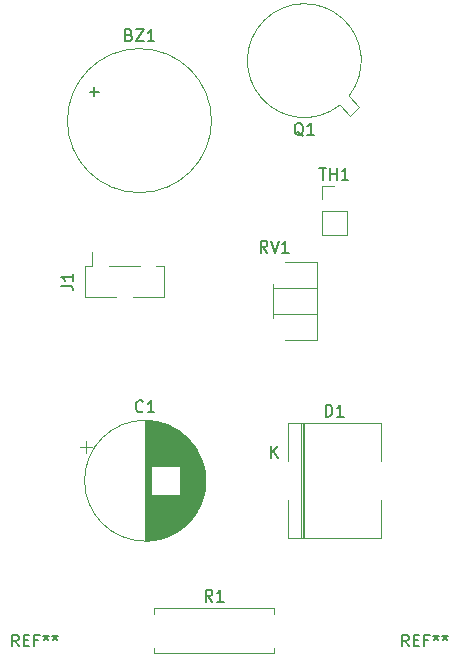
<source format=gbr>
%TF.GenerationSoftware,KiCad,Pcbnew,7.0.7*%
%TF.CreationDate,2024-02-26T23:05:05+05:30*%
%TF.ProjectId,ABC,4142432e-6b69-4636-9164-5f7063625858,v01*%
%TF.SameCoordinates,Original*%
%TF.FileFunction,Legend,Top*%
%TF.FilePolarity,Positive*%
%FSLAX46Y46*%
G04 Gerber Fmt 4.6, Leading zero omitted, Abs format (unit mm)*
G04 Created by KiCad (PCBNEW 7.0.7) date 2024-02-26 23:05:05*
%MOMM*%
%LPD*%
G01*
G04 APERTURE LIST*
%ADD10C,0.150000*%
%ADD11C,0.120000*%
G04 APERTURE END LIST*
D10*
X100266666Y-146114819D02*
X99933333Y-145638628D01*
X99695238Y-146114819D02*
X99695238Y-145114819D01*
X99695238Y-145114819D02*
X100076190Y-145114819D01*
X100076190Y-145114819D02*
X100171428Y-145162438D01*
X100171428Y-145162438D02*
X100219047Y-145210057D01*
X100219047Y-145210057D02*
X100266666Y-145305295D01*
X100266666Y-145305295D02*
X100266666Y-145448152D01*
X100266666Y-145448152D02*
X100219047Y-145543390D01*
X100219047Y-145543390D02*
X100171428Y-145591009D01*
X100171428Y-145591009D02*
X100076190Y-145638628D01*
X100076190Y-145638628D02*
X99695238Y-145638628D01*
X100695238Y-145591009D02*
X101028571Y-145591009D01*
X101171428Y-146114819D02*
X100695238Y-146114819D01*
X100695238Y-146114819D02*
X100695238Y-145114819D01*
X100695238Y-145114819D02*
X101171428Y-145114819D01*
X101933333Y-145591009D02*
X101600000Y-145591009D01*
X101600000Y-146114819D02*
X101600000Y-145114819D01*
X101600000Y-145114819D02*
X102076190Y-145114819D01*
X102600000Y-145114819D02*
X102600000Y-145352914D01*
X102361905Y-145257676D02*
X102600000Y-145352914D01*
X102600000Y-145352914D02*
X102838095Y-145257676D01*
X102457143Y-145543390D02*
X102600000Y-145352914D01*
X102600000Y-145352914D02*
X102742857Y-145543390D01*
X103361905Y-145114819D02*
X103361905Y-145352914D01*
X103123810Y-145257676D02*
X103361905Y-145352914D01*
X103361905Y-145352914D02*
X103600000Y-145257676D01*
X103219048Y-145543390D02*
X103361905Y-145352914D01*
X103361905Y-145352914D02*
X103504762Y-145543390D01*
X133286666Y-146114819D02*
X132953333Y-145638628D01*
X132715238Y-146114819D02*
X132715238Y-145114819D01*
X132715238Y-145114819D02*
X133096190Y-145114819D01*
X133096190Y-145114819D02*
X133191428Y-145162438D01*
X133191428Y-145162438D02*
X133239047Y-145210057D01*
X133239047Y-145210057D02*
X133286666Y-145305295D01*
X133286666Y-145305295D02*
X133286666Y-145448152D01*
X133286666Y-145448152D02*
X133239047Y-145543390D01*
X133239047Y-145543390D02*
X133191428Y-145591009D01*
X133191428Y-145591009D02*
X133096190Y-145638628D01*
X133096190Y-145638628D02*
X132715238Y-145638628D01*
X133715238Y-145591009D02*
X134048571Y-145591009D01*
X134191428Y-146114819D02*
X133715238Y-146114819D01*
X133715238Y-146114819D02*
X133715238Y-145114819D01*
X133715238Y-145114819D02*
X134191428Y-145114819D01*
X134953333Y-145591009D02*
X134620000Y-145591009D01*
X134620000Y-146114819D02*
X134620000Y-145114819D01*
X134620000Y-145114819D02*
X135096190Y-145114819D01*
X135620000Y-145114819D02*
X135620000Y-145352914D01*
X135381905Y-145257676D02*
X135620000Y-145352914D01*
X135620000Y-145352914D02*
X135858095Y-145257676D01*
X135477143Y-145543390D02*
X135620000Y-145352914D01*
X135620000Y-145352914D02*
X135762857Y-145543390D01*
X136381905Y-145114819D02*
X136381905Y-145352914D01*
X136143810Y-145257676D02*
X136381905Y-145352914D01*
X136381905Y-145352914D02*
X136620000Y-145257676D01*
X136239048Y-145543390D02*
X136381905Y-145352914D01*
X136381905Y-145352914D02*
X136524762Y-145543390D01*
X125714286Y-105614819D02*
X126285714Y-105614819D01*
X126000000Y-106614819D02*
X126000000Y-105614819D01*
X126619048Y-106614819D02*
X126619048Y-105614819D01*
X126619048Y-106091009D02*
X127190476Y-106091009D01*
X127190476Y-106614819D02*
X127190476Y-105614819D01*
X128190476Y-106614819D02*
X127619048Y-106614819D01*
X127904762Y-106614819D02*
X127904762Y-105614819D01*
X127904762Y-105614819D02*
X127809524Y-105757676D01*
X127809524Y-105757676D02*
X127714286Y-105852914D01*
X127714286Y-105852914D02*
X127619048Y-105900533D01*
X121324761Y-112774819D02*
X120991428Y-112298628D01*
X120753333Y-112774819D02*
X120753333Y-111774819D01*
X120753333Y-111774819D02*
X121134285Y-111774819D01*
X121134285Y-111774819D02*
X121229523Y-111822438D01*
X121229523Y-111822438D02*
X121277142Y-111870057D01*
X121277142Y-111870057D02*
X121324761Y-111965295D01*
X121324761Y-111965295D02*
X121324761Y-112108152D01*
X121324761Y-112108152D02*
X121277142Y-112203390D01*
X121277142Y-112203390D02*
X121229523Y-112251009D01*
X121229523Y-112251009D02*
X121134285Y-112298628D01*
X121134285Y-112298628D02*
X120753333Y-112298628D01*
X121610476Y-111774819D02*
X121943809Y-112774819D01*
X121943809Y-112774819D02*
X122277142Y-111774819D01*
X123134285Y-112774819D02*
X122562857Y-112774819D01*
X122848571Y-112774819D02*
X122848571Y-111774819D01*
X122848571Y-111774819D02*
X122753333Y-111917676D01*
X122753333Y-111917676D02*
X122658095Y-112012914D01*
X122658095Y-112012914D02*
X122562857Y-112060533D01*
X116673333Y-142314819D02*
X116340000Y-141838628D01*
X116101905Y-142314819D02*
X116101905Y-141314819D01*
X116101905Y-141314819D02*
X116482857Y-141314819D01*
X116482857Y-141314819D02*
X116578095Y-141362438D01*
X116578095Y-141362438D02*
X116625714Y-141410057D01*
X116625714Y-141410057D02*
X116673333Y-141505295D01*
X116673333Y-141505295D02*
X116673333Y-141648152D01*
X116673333Y-141648152D02*
X116625714Y-141743390D01*
X116625714Y-141743390D02*
X116578095Y-141791009D01*
X116578095Y-141791009D02*
X116482857Y-141838628D01*
X116482857Y-141838628D02*
X116101905Y-141838628D01*
X117625714Y-142314819D02*
X117054286Y-142314819D01*
X117340000Y-142314819D02*
X117340000Y-141314819D01*
X117340000Y-141314819D02*
X117244762Y-141457676D01*
X117244762Y-141457676D02*
X117149524Y-141552914D01*
X117149524Y-141552914D02*
X117054286Y-141600533D01*
X124364761Y-102890057D02*
X124269523Y-102842438D01*
X124269523Y-102842438D02*
X124174285Y-102747200D01*
X124174285Y-102747200D02*
X124031428Y-102604342D01*
X124031428Y-102604342D02*
X123936190Y-102556723D01*
X123936190Y-102556723D02*
X123840952Y-102556723D01*
X123888571Y-102794819D02*
X123793333Y-102747200D01*
X123793333Y-102747200D02*
X123698095Y-102651961D01*
X123698095Y-102651961D02*
X123650476Y-102461485D01*
X123650476Y-102461485D02*
X123650476Y-102128152D01*
X123650476Y-102128152D02*
X123698095Y-101937676D01*
X123698095Y-101937676D02*
X123793333Y-101842438D01*
X123793333Y-101842438D02*
X123888571Y-101794819D01*
X123888571Y-101794819D02*
X124079047Y-101794819D01*
X124079047Y-101794819D02*
X124174285Y-101842438D01*
X124174285Y-101842438D02*
X124269523Y-101937676D01*
X124269523Y-101937676D02*
X124317142Y-102128152D01*
X124317142Y-102128152D02*
X124317142Y-102461485D01*
X124317142Y-102461485D02*
X124269523Y-102651961D01*
X124269523Y-102651961D02*
X124174285Y-102747200D01*
X124174285Y-102747200D02*
X124079047Y-102794819D01*
X124079047Y-102794819D02*
X123888571Y-102794819D01*
X125269523Y-102794819D02*
X124698095Y-102794819D01*
X124983809Y-102794819D02*
X124983809Y-101794819D01*
X124983809Y-101794819D02*
X124888571Y-101937676D01*
X124888571Y-101937676D02*
X124793333Y-102032914D01*
X124793333Y-102032914D02*
X124698095Y-102080533D01*
X103874819Y-115573333D02*
X104589104Y-115573333D01*
X104589104Y-115573333D02*
X104731961Y-115620952D01*
X104731961Y-115620952D02*
X104827200Y-115716190D01*
X104827200Y-115716190D02*
X104874819Y-115859047D01*
X104874819Y-115859047D02*
X104874819Y-115954285D01*
X104874819Y-114573333D02*
X104874819Y-115144761D01*
X104874819Y-114859047D02*
X103874819Y-114859047D01*
X103874819Y-114859047D02*
X104017676Y-114954285D01*
X104017676Y-114954285D02*
X104112914Y-115049523D01*
X104112914Y-115049523D02*
X104160533Y-115144761D01*
X126261905Y-126649819D02*
X126261905Y-125649819D01*
X126261905Y-125649819D02*
X126500000Y-125649819D01*
X126500000Y-125649819D02*
X126642857Y-125697438D01*
X126642857Y-125697438D02*
X126738095Y-125792676D01*
X126738095Y-125792676D02*
X126785714Y-125887914D01*
X126785714Y-125887914D02*
X126833333Y-126078390D01*
X126833333Y-126078390D02*
X126833333Y-126221247D01*
X126833333Y-126221247D02*
X126785714Y-126411723D01*
X126785714Y-126411723D02*
X126738095Y-126506961D01*
X126738095Y-126506961D02*
X126642857Y-126602200D01*
X126642857Y-126602200D02*
X126500000Y-126649819D01*
X126500000Y-126649819D02*
X126261905Y-126649819D01*
X127785714Y-126649819D02*
X127214286Y-126649819D01*
X127500000Y-126649819D02*
X127500000Y-125649819D01*
X127500000Y-125649819D02*
X127404762Y-125792676D01*
X127404762Y-125792676D02*
X127309524Y-125887914D01*
X127309524Y-125887914D02*
X127214286Y-125935533D01*
X121658095Y-130134819D02*
X121658095Y-129134819D01*
X122229523Y-130134819D02*
X121800952Y-129563390D01*
X122229523Y-129134819D02*
X121658095Y-129706247D01*
X110803333Y-126189580D02*
X110755714Y-126237200D01*
X110755714Y-126237200D02*
X110612857Y-126284819D01*
X110612857Y-126284819D02*
X110517619Y-126284819D01*
X110517619Y-126284819D02*
X110374762Y-126237200D01*
X110374762Y-126237200D02*
X110279524Y-126141961D01*
X110279524Y-126141961D02*
X110231905Y-126046723D01*
X110231905Y-126046723D02*
X110184286Y-125856247D01*
X110184286Y-125856247D02*
X110184286Y-125713390D01*
X110184286Y-125713390D02*
X110231905Y-125522914D01*
X110231905Y-125522914D02*
X110279524Y-125427676D01*
X110279524Y-125427676D02*
X110374762Y-125332438D01*
X110374762Y-125332438D02*
X110517619Y-125284819D01*
X110517619Y-125284819D02*
X110612857Y-125284819D01*
X110612857Y-125284819D02*
X110755714Y-125332438D01*
X110755714Y-125332438D02*
X110803333Y-125380057D01*
X111755714Y-126284819D02*
X111184286Y-126284819D01*
X111470000Y-126284819D02*
X111470000Y-125284819D01*
X111470000Y-125284819D02*
X111374762Y-125427676D01*
X111374762Y-125427676D02*
X111279524Y-125522914D01*
X111279524Y-125522914D02*
X111184286Y-125570533D01*
X109619047Y-94331009D02*
X109761904Y-94378628D01*
X109761904Y-94378628D02*
X109809523Y-94426247D01*
X109809523Y-94426247D02*
X109857142Y-94521485D01*
X109857142Y-94521485D02*
X109857142Y-94664342D01*
X109857142Y-94664342D02*
X109809523Y-94759580D01*
X109809523Y-94759580D02*
X109761904Y-94807200D01*
X109761904Y-94807200D02*
X109666666Y-94854819D01*
X109666666Y-94854819D02*
X109285714Y-94854819D01*
X109285714Y-94854819D02*
X109285714Y-93854819D01*
X109285714Y-93854819D02*
X109619047Y-93854819D01*
X109619047Y-93854819D02*
X109714285Y-93902438D01*
X109714285Y-93902438D02*
X109761904Y-93950057D01*
X109761904Y-93950057D02*
X109809523Y-94045295D01*
X109809523Y-94045295D02*
X109809523Y-94140533D01*
X109809523Y-94140533D02*
X109761904Y-94235771D01*
X109761904Y-94235771D02*
X109714285Y-94283390D01*
X109714285Y-94283390D02*
X109619047Y-94331009D01*
X109619047Y-94331009D02*
X109285714Y-94331009D01*
X110190476Y-93854819D02*
X110857142Y-93854819D01*
X110857142Y-93854819D02*
X110190476Y-94854819D01*
X110190476Y-94854819D02*
X110857142Y-94854819D01*
X111761904Y-94854819D02*
X111190476Y-94854819D01*
X111476190Y-94854819D02*
X111476190Y-93854819D01*
X111476190Y-93854819D02*
X111380952Y-93997676D01*
X111380952Y-93997676D02*
X111285714Y-94092914D01*
X111285714Y-94092914D02*
X111190476Y-94140533D01*
X106309048Y-99133866D02*
X107070953Y-99133866D01*
X106690000Y-99514819D02*
X106690000Y-98752914D01*
D11*
%TO.C,TH1*%
X128060000Y-109220000D02*
X128060000Y-111280000D01*
X125940000Y-108220000D02*
X125940000Y-107160000D01*
X125940000Y-107160000D02*
X127000000Y-107160000D01*
X125940000Y-109220000D02*
X128060000Y-109220000D01*
X125940000Y-111280000D02*
X128060000Y-111280000D01*
X125940000Y-109220000D02*
X125940000Y-111280000D01*
%TO.C,RV1*%
X122845000Y-120150000D02*
X125540000Y-120150000D01*
X125540000Y-115760000D02*
X125540000Y-118000000D01*
X125540000Y-113610000D02*
X125540000Y-120150000D01*
X121799000Y-115446000D02*
X121799000Y-118315000D01*
X121799000Y-115760000D02*
X125540000Y-115760000D01*
X121799000Y-118000000D02*
X125540000Y-118000000D01*
X121799000Y-115760000D02*
X121799000Y-118000000D01*
X122845000Y-113610000D02*
X125540000Y-113610000D01*
%TO.C,R1*%
X111770000Y-143340000D02*
X111770000Y-142860000D01*
X121910000Y-146700000D02*
X121910000Y-146220000D01*
X111770000Y-142860000D02*
X121910000Y-142860000D01*
X111770000Y-146220000D02*
X111770000Y-146700000D01*
X111770000Y-146700000D02*
X121910000Y-146700000D01*
X121910000Y-142860000D02*
X121910000Y-143340000D01*
%TO.C,Q1*%
X128234673Y-99517371D02*
G75*
G03*
X127457084Y-100294901I-3774673J2997371D01*
G01*
X128348039Y-101185856D02*
X129125856Y-100408039D01*
X129125856Y-100408039D02*
X128234902Y-99517084D01*
X127457084Y-100294902D02*
X128348039Y-101185856D01*
%TO.C,J1*%
X105860000Y-113930000D02*
X106510000Y-113930000D01*
X112580000Y-116550000D02*
X112580000Y-113930000D01*
X105860000Y-116550000D02*
X108510000Y-116550000D01*
X107930000Y-113930000D02*
X110510000Y-113930000D01*
X111930000Y-113930000D02*
X112580000Y-113930000D01*
X109930000Y-116550000D02*
X112580000Y-116550000D01*
X106510000Y-113930000D02*
X106510000Y-112700000D01*
X105860000Y-116550000D02*
X105860000Y-113930000D01*
%TO.C,D1*%
X124333000Y-127195000D02*
X124333000Y-136965000D01*
X124453000Y-127195000D02*
X124453000Y-136965000D01*
X123070000Y-127195000D02*
X130930000Y-127195000D01*
X123070000Y-133720000D02*
X123070000Y-136965000D01*
X123070000Y-130440000D02*
X123070000Y-127195000D01*
X130930000Y-127195000D02*
X130930000Y-130440000D01*
X124213000Y-127195000D02*
X124213000Y-136965000D01*
X130930000Y-136965000D02*
X130930000Y-133720000D01*
X123070000Y-136965000D02*
X130930000Y-136965000D01*
%TO.C,C1*%
X113731000Y-127807000D02*
X113731000Y-130839000D01*
X113131000Y-133321000D02*
X113131000Y-136683000D01*
X111971000Y-127098000D02*
X111971000Y-130839000D01*
X114451000Y-128364000D02*
X114451000Y-135796000D01*
X113091000Y-127459000D02*
X113091000Y-130839000D01*
X114251000Y-128188000D02*
X114251000Y-135972000D01*
X111530000Y-127030000D02*
X111530000Y-130839000D01*
X112411000Y-133321000D02*
X112411000Y-136954000D01*
X114931000Y-128874000D02*
X114931000Y-135286000D01*
X113851000Y-133321000D02*
X113851000Y-136274000D01*
X115891000Y-130702000D02*
X115891000Y-133458000D01*
X113891000Y-127914000D02*
X113891000Y-130839000D01*
X111650000Y-127045000D02*
X111650000Y-130839000D01*
X112731000Y-127312000D02*
X112731000Y-130839000D01*
X111130000Y-127002000D02*
X111130000Y-137158000D01*
X112571000Y-127256000D02*
X112571000Y-130839000D01*
X112371000Y-127195000D02*
X112371000Y-130839000D01*
X111731000Y-127056000D02*
X111731000Y-130839000D01*
X115451000Y-129641000D02*
X115451000Y-134519000D01*
X115491000Y-129715000D02*
X115491000Y-134445000D01*
X113171000Y-127496000D02*
X113171000Y-130839000D01*
X110970000Y-127000000D02*
X110970000Y-137160000D01*
X114011000Y-128000000D02*
X114011000Y-136160000D01*
X115691000Y-130136000D02*
X115691000Y-134024000D01*
X112331000Y-133321000D02*
X112331000Y-136977000D01*
X112131000Y-127133000D02*
X112131000Y-130839000D01*
X112091000Y-127124000D02*
X112091000Y-130839000D01*
X112291000Y-133321000D02*
X112291000Y-136987000D01*
X112651000Y-127283000D02*
X112651000Y-130839000D01*
X112931000Y-133321000D02*
X112931000Y-136770000D01*
X114611000Y-128519000D02*
X114611000Y-135641000D01*
X112651000Y-133321000D02*
X112651000Y-136877000D01*
X115091000Y-129080000D02*
X115091000Y-135080000D01*
X113091000Y-133321000D02*
X113091000Y-136701000D01*
X111170000Y-127003000D02*
X111170000Y-137157000D01*
X111891000Y-127083000D02*
X111891000Y-130839000D01*
X113011000Y-133321000D02*
X113011000Y-136737000D01*
X113731000Y-133321000D02*
X113731000Y-136353000D01*
X112571000Y-133321000D02*
X112571000Y-136904000D01*
X113051000Y-127441000D02*
X113051000Y-130839000D01*
X112171000Y-127142000D02*
X112171000Y-130839000D01*
X112251000Y-127162000D02*
X112251000Y-130839000D01*
X113811000Y-133321000D02*
X113811000Y-136301000D01*
X114731000Y-128644000D02*
X114731000Y-135516000D01*
X115011000Y-128974000D02*
X115011000Y-135186000D01*
X111691000Y-127050000D02*
X111691000Y-130839000D01*
X113011000Y-127423000D02*
X113011000Y-130839000D01*
X113611000Y-127733000D02*
X113611000Y-130839000D01*
X112851000Y-133321000D02*
X112851000Y-136803000D01*
X113771000Y-127833000D02*
X113771000Y-130839000D01*
X113331000Y-133321000D02*
X113331000Y-136584000D01*
X111891000Y-133321000D02*
X111891000Y-137077000D01*
X113691000Y-133321000D02*
X113691000Y-136378000D01*
X112451000Y-127218000D02*
X112451000Y-130839000D01*
X111010000Y-127000000D02*
X111010000Y-137160000D01*
X113771000Y-133321000D02*
X113771000Y-136327000D01*
X111610000Y-133321000D02*
X111610000Y-137120000D01*
X111771000Y-127062000D02*
X111771000Y-130839000D01*
X112171000Y-133321000D02*
X112171000Y-137018000D01*
X112611000Y-127269000D02*
X112611000Y-130839000D01*
X115291000Y-129371000D02*
X115291000Y-134789000D01*
X113531000Y-133321000D02*
X113531000Y-136475000D01*
X111811000Y-127069000D02*
X111811000Y-130839000D01*
X113211000Y-133321000D02*
X113211000Y-136644000D01*
X113931000Y-127942000D02*
X113931000Y-130839000D01*
X111570000Y-133321000D02*
X111570000Y-137125000D01*
X113331000Y-127576000D02*
X113331000Y-130839000D01*
X112491000Y-127230000D02*
X112491000Y-130839000D01*
X113691000Y-127782000D02*
X113691000Y-130839000D01*
X113371000Y-127597000D02*
X113371000Y-130839000D01*
X111490000Y-133321000D02*
X111490000Y-137134000D01*
X113851000Y-127886000D02*
X113851000Y-130839000D01*
X113451000Y-133321000D02*
X113451000Y-136520000D01*
X115171000Y-129191000D02*
X115171000Y-134969000D01*
X113291000Y-133321000D02*
X113291000Y-136605000D01*
X113571000Y-133321000D02*
X113571000Y-136451000D01*
X111731000Y-133321000D02*
X111731000Y-137104000D01*
X111530000Y-133321000D02*
X111530000Y-137130000D01*
X112931000Y-127390000D02*
X112931000Y-130839000D01*
X112531000Y-133321000D02*
X112531000Y-136917000D01*
X111811000Y-133321000D02*
X111811000Y-137091000D01*
X114171000Y-128123000D02*
X114171000Y-136037000D01*
X113611000Y-133321000D02*
X113611000Y-136427000D01*
X111650000Y-133321000D02*
X111650000Y-137115000D01*
X113051000Y-133321000D02*
X113051000Y-136719000D01*
X111931000Y-133321000D02*
X111931000Y-137070000D01*
X112691000Y-133321000D02*
X112691000Y-136863000D01*
X114851000Y-128779000D02*
X114851000Y-135381000D01*
X114331000Y-128256000D02*
X114331000Y-135904000D01*
X111490000Y-127026000D02*
X111490000Y-130839000D01*
X112371000Y-133321000D02*
X112371000Y-136965000D01*
X115571000Y-129871000D02*
X115571000Y-134289000D01*
X112731000Y-133321000D02*
X112731000Y-136848000D01*
X112491000Y-133321000D02*
X112491000Y-136930000D01*
X112451000Y-133321000D02*
X112451000Y-136942000D01*
X112531000Y-127243000D02*
X112531000Y-130839000D01*
X115251000Y-129310000D02*
X115251000Y-134850000D01*
X113931000Y-133321000D02*
X113931000Y-136218000D01*
X115411000Y-129570000D02*
X115411000Y-134590000D01*
X112811000Y-127342000D02*
X112811000Y-130839000D01*
X114291000Y-128222000D02*
X114291000Y-135938000D01*
X115651000Y-130043000D02*
X115651000Y-134117000D01*
X115971000Y-131018000D02*
X115971000Y-133142000D01*
X113251000Y-127535000D02*
X113251000Y-130839000D01*
X112131000Y-133321000D02*
X112131000Y-137027000D01*
X115611000Y-129955000D02*
X115611000Y-134205000D01*
X112051000Y-133321000D02*
X112051000Y-137045000D01*
X111971000Y-133321000D02*
X111971000Y-137062000D01*
X112891000Y-133321000D02*
X112891000Y-136787000D01*
X112811000Y-133321000D02*
X112811000Y-136818000D01*
X111330000Y-127012000D02*
X111330000Y-137148000D01*
X111851000Y-133321000D02*
X111851000Y-137084000D01*
X113491000Y-127663000D02*
X113491000Y-130839000D01*
X114051000Y-128030000D02*
X114051000Y-136130000D01*
X112411000Y-127206000D02*
X112411000Y-130839000D01*
X113171000Y-133321000D02*
X113171000Y-136664000D01*
X114131000Y-128091000D02*
X114131000Y-136069000D01*
X114491000Y-128401000D02*
X114491000Y-135759000D01*
X112011000Y-133321000D02*
X112011000Y-137054000D01*
X112971000Y-133321000D02*
X112971000Y-136754000D01*
X113251000Y-133321000D02*
X113251000Y-136625000D01*
X112051000Y-127115000D02*
X112051000Y-130839000D01*
X111410000Y-127018000D02*
X111410000Y-137142000D01*
X114531000Y-128440000D02*
X114531000Y-135720000D01*
X115851000Y-130570000D02*
X115851000Y-133590000D01*
X111851000Y-127076000D02*
X111851000Y-130839000D01*
X112771000Y-127326000D02*
X112771000Y-130839000D01*
X111931000Y-127090000D02*
X111931000Y-130839000D01*
X115331000Y-129435000D02*
X115331000Y-134725000D01*
X113571000Y-127709000D02*
X113571000Y-130839000D01*
X113451000Y-127640000D02*
X113451000Y-130839000D01*
X115771000Y-130338000D02*
X115771000Y-133822000D01*
X113651000Y-133321000D02*
X113651000Y-136403000D01*
X112091000Y-133321000D02*
X112091000Y-137036000D01*
X115931000Y-130850000D02*
X115931000Y-133310000D01*
X113371000Y-133321000D02*
X113371000Y-136563000D01*
X112891000Y-127373000D02*
X112891000Y-130839000D01*
X115811000Y-130450000D02*
X115811000Y-133710000D01*
X115531000Y-129791000D02*
X115531000Y-134369000D01*
X112611000Y-133321000D02*
X112611000Y-136891000D01*
X112251000Y-133321000D02*
X112251000Y-136998000D01*
X112771000Y-133321000D02*
X112771000Y-136834000D01*
X114971000Y-128924000D02*
X114971000Y-135236000D01*
X112211000Y-133321000D02*
X112211000Y-137008000D01*
X114571000Y-128479000D02*
X114571000Y-135681000D01*
X111370000Y-127015000D02*
X111370000Y-137145000D01*
X114811000Y-128733000D02*
X114811000Y-135427000D01*
X114211000Y-128155000D02*
X114211000Y-136005000D01*
X112211000Y-127152000D02*
X112211000Y-130839000D01*
X112691000Y-127297000D02*
X112691000Y-130839000D01*
X112331000Y-127183000D02*
X112331000Y-130839000D01*
X113291000Y-127555000D02*
X113291000Y-130839000D01*
X114771000Y-128688000D02*
X114771000Y-135472000D01*
X111290000Y-127010000D02*
X111290000Y-137150000D01*
X115731000Y-130234000D02*
X115731000Y-133926000D01*
X114651000Y-128560000D02*
X114651000Y-135600000D01*
X112011000Y-127106000D02*
X112011000Y-130839000D01*
X111771000Y-133321000D02*
X111771000Y-137098000D01*
X116051000Y-131481000D02*
X116051000Y-132679000D01*
X111250000Y-127007000D02*
X111250000Y-137153000D01*
X111570000Y-127035000D02*
X111570000Y-130839000D01*
X112851000Y-127357000D02*
X112851000Y-130839000D01*
X111450000Y-127022000D02*
X111450000Y-137138000D01*
X115211000Y-129250000D02*
X115211000Y-134910000D01*
X115131000Y-129135000D02*
X115131000Y-135025000D01*
X115371000Y-129501000D02*
X115371000Y-134659000D01*
X114891000Y-128826000D02*
X114891000Y-135334000D01*
X114691000Y-128602000D02*
X114691000Y-135558000D01*
X111090000Y-127001000D02*
X111090000Y-137159000D01*
X111691000Y-133321000D02*
X111691000Y-137110000D01*
X112291000Y-127173000D02*
X112291000Y-130839000D01*
X116011000Y-131218000D02*
X116011000Y-132942000D01*
X113891000Y-133321000D02*
X113891000Y-136246000D01*
X105490354Y-129205000D02*
X106490354Y-129205000D01*
X113651000Y-127757000D02*
X113651000Y-130839000D01*
X105990354Y-128705000D02*
X105990354Y-129705000D01*
X113491000Y-133321000D02*
X113491000Y-136497000D01*
X114371000Y-128291000D02*
X114371000Y-135869000D01*
X111050000Y-127000000D02*
X111050000Y-137160000D01*
X113131000Y-127477000D02*
X113131000Y-130839000D01*
X112971000Y-127406000D02*
X112971000Y-130839000D01*
X113531000Y-127685000D02*
X113531000Y-130839000D01*
X111610000Y-127040000D02*
X111610000Y-130839000D01*
X113211000Y-127516000D02*
X113211000Y-130839000D01*
X113811000Y-127859000D02*
X113811000Y-130839000D01*
X114091000Y-128060000D02*
X114091000Y-136100000D01*
X113411000Y-133321000D02*
X113411000Y-136542000D01*
X113411000Y-127618000D02*
X113411000Y-130839000D01*
X115051000Y-129026000D02*
X115051000Y-135134000D01*
X114411000Y-128327000D02*
X114411000Y-135833000D01*
X113971000Y-127970000D02*
X113971000Y-136190000D01*
X111210000Y-127005000D02*
X111210000Y-137155000D01*
X116090000Y-132080000D02*
G75*
G03*
X116090000Y-132080000I-5120000J0D01*
G01*
%TO.C,BZ1*%
X116600000Y-101600000D02*
G75*
G03*
X116600000Y-101600000I-6100000J0D01*
G01*
%TD*%
M02*

</source>
